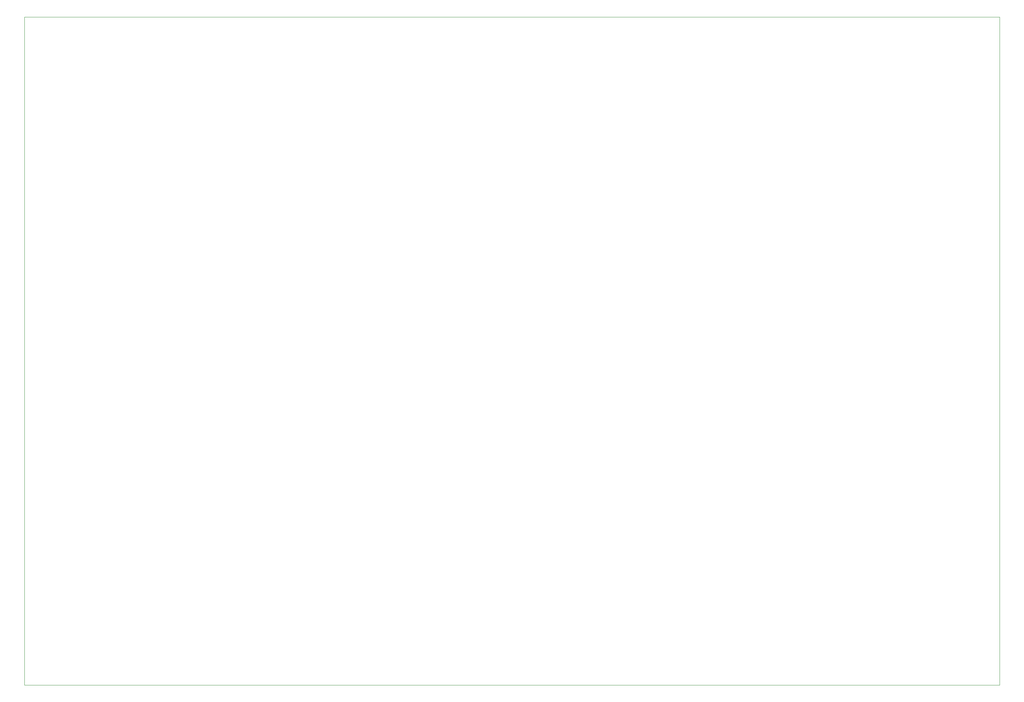
<source format=gbr>
G04 #@! TF.GenerationSoftware,KiCad,Pcbnew,(5.1.4-0-10_14)*
G04 #@! TF.CreationDate,2019-11-29T22:28:02+01:00*
G04 #@! TF.ProjectId,Eurocard_6U_233x160_VME,4575726f-6361-4726-945f-36555f323333,rev?*
G04 #@! TF.SameCoordinates,Original*
G04 #@! TF.FileFunction,Profile,NP*
%FSLAX46Y46*%
G04 Gerber Fmt 4.6, Leading zero omitted, Abs format (unit mm)*
G04 Created by KiCad (PCBNEW (5.1.4-0-10_14)) date 2019-11-29 22:28:02*
%MOMM*%
%LPD*%
G04 APERTURE LIST*
%ADD10C,0.050000*%
G04 APERTURE END LIST*
D10*
X0Y160000000D02*
X233350000Y160000000D01*
X0Y0D02*
X0Y160000000D01*
X233350000Y0D02*
X233350000Y160000000D01*
X0Y0D02*
X233350000Y0D01*
M02*

</source>
